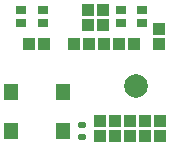
<source format=gbr>
%TF.GenerationSoftware,KiCad,Pcbnew,8.0.4-unknown-202407232306~396e531e7c~ubuntu22.04.1*%
%TF.CreationDate,2024-09-04T14:24:04+01:00*%
%TF.ProjectId,MONO_CTRL,4d4f4e4f-5f43-4545-924c-2e6b69636164,1.0*%
%TF.SameCoordinates,Original*%
%TF.FileFunction,Soldermask,Bot*%
%TF.FilePolarity,Negative*%
%FSLAX46Y46*%
G04 Gerber Fmt 4.6, Leading zero omitted, Abs format (unit mm)*
G04 Created by KiCad (PCBNEW 8.0.4-unknown-202407232306~396e531e7c~ubuntu22.04.1) date 2024-09-04 14:24:04*
%MOMM*%
%LPD*%
G01*
G04 APERTURE LIST*
G04 Aperture macros list*
%AMRoundRect*
0 Rectangle with rounded corners*
0 $1 Rounding radius*
0 $2 $3 $4 $5 $6 $7 $8 $9 X,Y pos of 4 corners*
0 Add a 4 corners polygon primitive as box body*
4,1,4,$2,$3,$4,$5,$6,$7,$8,$9,$2,$3,0*
0 Add four circle primitives for the rounded corners*
1,1,$1+$1,$2,$3*
1,1,$1+$1,$4,$5*
1,1,$1+$1,$6,$7*
1,1,$1+$1,$8,$9*
0 Add four rect primitives between the rounded corners*
20,1,$1+$1,$2,$3,$4,$5,0*
20,1,$1+$1,$4,$5,$6,$7,0*
20,1,$1+$1,$6,$7,$8,$9,0*
20,1,$1+$1,$8,$9,$2,$3,0*%
G04 Aperture macros list end*
%ADD10R,1.000000X1.000000*%
%ADD11R,0.900000X0.700000*%
%ADD12C,2.000000*%
%ADD13RoundRect,0.135000X-0.185000X0.135000X-0.185000X-0.135000X0.185000X-0.135000X0.185000X0.135000X0*%
%ADD14R,1.230000X1.360000*%
G04 APERTURE END LIST*
D10*
%TO.C,J4*%
X31585000Y-25395001D03*
%TD*%
%TO.C,J17*%
X36390000Y-34795000D03*
%TD*%
%TO.C,J5*%
X29180001Y-27025000D03*
%TD*%
%TO.C,J22*%
X31310000Y-33525000D03*
%TD*%
%TO.C,J2*%
X26640001Y-27025000D03*
%TD*%
%TO.C,J12*%
X35120000Y-33525000D03*
%TD*%
%TO.C,J8*%
X32990001Y-27025000D03*
%TD*%
%TO.C,J1*%
X25370001Y-27025000D03*
%TD*%
%TO.C,J23*%
X30315000Y-25395000D03*
%TD*%
%TO.C,J15*%
X33850000Y-34795000D03*
%TD*%
%TO.C,J24*%
X36360001Y-25755000D03*
%TD*%
%TO.C,J14*%
X32580000Y-33525000D03*
%TD*%
%TO.C,J26*%
X31585000Y-24125000D03*
%TD*%
%TO.C,J18*%
X31310000Y-34795000D03*
%TD*%
%TO.C,J13*%
X33850001Y-33525000D03*
%TD*%
%TO.C,J10*%
X30315000Y-24125000D03*
%TD*%
%TO.C,J7*%
X31720001Y-27025000D03*
%TD*%
%TO.C,J21*%
X32580000Y-34795000D03*
%TD*%
%TO.C,J16*%
X35120000Y-34795000D03*
%TD*%
%TO.C,J11*%
X36390000Y-33525000D03*
%TD*%
%TO.C,J25*%
X36360001Y-27025000D03*
%TD*%
%TO.C,J6*%
X30450001Y-27025000D03*
%TD*%
%TO.C,J9*%
X34260001Y-27025000D03*
%TD*%
D11*
%TO.C,LED1*%
X24695000Y-25275000D03*
X24695000Y-24175000D03*
X26535000Y-24175000D03*
X26535000Y-25275000D03*
%TD*%
D12*
%TO.C,I1*%
X34349999Y-30568750D03*
%TD*%
D11*
%TO.C,LED2*%
X33095000Y-25275000D03*
X33095000Y-24175000D03*
X34935000Y-24175000D03*
X34935000Y-25275000D03*
%TD*%
D13*
%TO.C,R1*%
X29815000Y-33865001D03*
X29815000Y-34884999D03*
%TD*%
D14*
%TO.C,SW2*%
X23835000Y-31075000D03*
X28195000Y-31075000D03*
%TD*%
%TO.C,SW1*%
X28195000Y-34425000D03*
X23835000Y-34425000D03*
%TD*%
M02*

</source>
